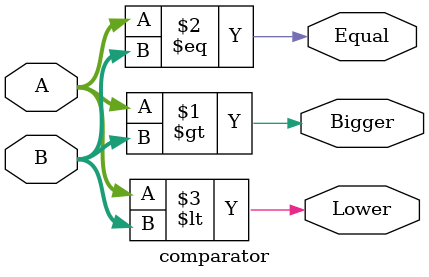
<source format=v>
`timescale 1ns / 1ps

module comparator(
    input [3:0] A,
    input [3:0] B,
    output Equal,
    output Bigger,
    output Lower
    );
    
    assign Bigger = (A > B);
    assign Equal   = (A == B);
    assign Lower    = (A < B);
    
endmodule

</source>
